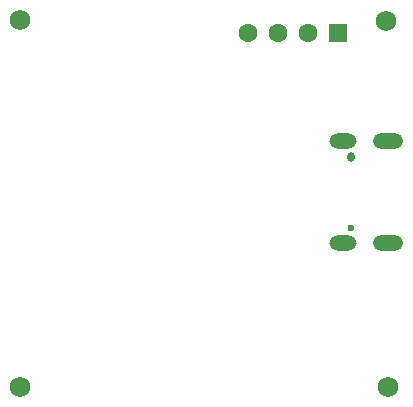
<source format=gbr>
%TF.GenerationSoftware,Altium Limited,Altium Designer,24.1.2 (44)*%
G04 Layer_Color=16711935*
%FSLAX45Y45*%
%MOMM*%
%TF.SameCoordinates,257A8DD5-596B-45CF-B8F4-21FB4E0B7711*%
%TF.FilePolarity,Negative*%
%TF.FileFunction,Soldermask,Bot*%
%TF.Part,Single*%
G01*
G75*
%TA.AperFunction,ComponentPad*%
G04:AMPARAMS|DCode=44|XSize=1.3mm|YSize=2.3mm|CornerRadius=0.65mm|HoleSize=0mm|Usage=FLASHONLY|Rotation=90.000|XOffset=0mm|YOffset=0mm|HoleType=Round|Shape=RoundedRectangle|*
%AMROUNDEDRECTD44*
21,1,1.30000,1.00000,0,0,90.0*
21,1,0.00000,2.30000,0,0,90.0*
1,1,1.30000,0.50000,0.00000*
1,1,1.30000,0.50000,0.00000*
1,1,1.30000,-0.50000,0.00000*
1,1,1.30000,-0.50000,0.00000*
%
%ADD44ROUNDEDRECTD44*%
G04:AMPARAMS|DCode=45|XSize=1.3mm|YSize=2.6mm|CornerRadius=0.65mm|HoleSize=0mm|Usage=FLASHONLY|Rotation=90.000|XOffset=0mm|YOffset=0mm|HoleType=Round|Shape=RoundedRectangle|*
%AMROUNDEDRECTD45*
21,1,1.30000,1.30000,0,0,90.0*
21,1,0.00000,2.60000,0,0,90.0*
1,1,1.30000,0.65000,0.00000*
1,1,1.30000,0.65000,0.00000*
1,1,1.30000,-0.65000,0.00000*
1,1,1.30000,-0.65000,0.00000*
%
%ADD45ROUNDEDRECTD45*%
%ADD46C,0.60000*%
G04:AMPARAMS|DCode=47|XSize=0.85mm|YSize=0.6mm|CornerRadius=0.3mm|HoleSize=0mm|Usage=FLASHONLY|Rotation=90.000|XOffset=0mm|YOffset=0mm|HoleType=Round|Shape=RoundedRectangle|*
%AMROUNDEDRECTD47*
21,1,0.85000,0.00000,0,0,90.0*
21,1,0.25000,0.60000,0,0,90.0*
1,1,0.60000,0.00000,0.12500*
1,1,0.60000,0.00000,-0.12500*
1,1,0.60000,0.00000,-0.12500*
1,1,0.60000,0.00000,0.12500*
%
%ADD47ROUNDEDRECTD47*%
%ADD48R,1.60000X1.60000*%
%ADD49C,1.60000*%
%TA.AperFunction,ViaPad*%
%ADD63C,1.72720*%
D44*
X11711200Y7653500D02*
D03*
X11711200Y8517500D02*
D03*
D45*
X12093700Y7653500D02*
D03*
Y8517500D02*
D03*
D46*
X11783700Y7785501D02*
D03*
D47*
Y8385500D02*
D03*
D48*
X11671300Y9436100D02*
D03*
D49*
X11417300D02*
D03*
X11163300D02*
D03*
X10909300D02*
D03*
D63*
X12077500Y9533100D02*
D03*
X8978700Y9545800D02*
D03*
Y6434300D02*
D03*
X12090200D02*
D03*
%TF.MD5,ba4aff6c05dd390138b6e38e6d93aa25*%
M02*

</source>
